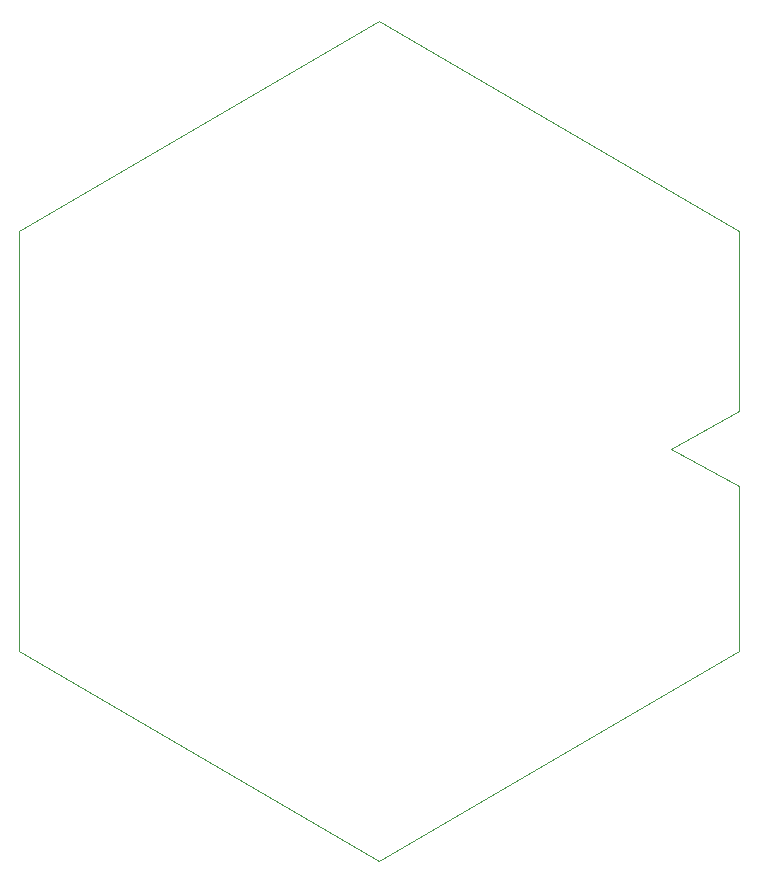
<source format=gm1>
G04 #@! TF.GenerationSoftware,KiCad,Pcbnew,7.0.9*
G04 #@! TF.CreationDate,2024-02-04T19:54:10+01:00*
G04 #@! TF.ProjectId,Toolbox,546f6f6c-626f-4782-9e6b-696361645f70,rev?*
G04 #@! TF.SameCoordinates,Original*
G04 #@! TF.FileFunction,Profile,NP*
%FSLAX46Y46*%
G04 Gerber Fmt 4.6, Leading zero omitted, Abs format (unit mm)*
G04 Created by KiCad (PCBNEW 7.0.9) date 2024-02-04 19:54:10*
%MOMM*%
%LPD*%
G01*
G04 APERTURE LIST*
G04 #@! TA.AperFunction,Profile*
%ADD10C,0.100000*%
G04 #@! TD*
G04 APERTURE END LIST*
D10*
X130480000Y-97460000D02*
X130480000Y-82220000D01*
X124765000Y-100635000D02*
X130480000Y-97460000D01*
X130480000Y-103810000D02*
X124765000Y-100635000D01*
X130480000Y-103810000D02*
X130480000Y-117780000D01*
X100000000Y-64440000D02*
X130480000Y-82220000D01*
X100000000Y-64440000D02*
X69520000Y-82220000D01*
X100000000Y-135560000D02*
X69520000Y-117780000D01*
X100000000Y-135560000D02*
X130480000Y-117780000D01*
X69520000Y-82220000D02*
X69520000Y-117780000D01*
M02*

</source>
